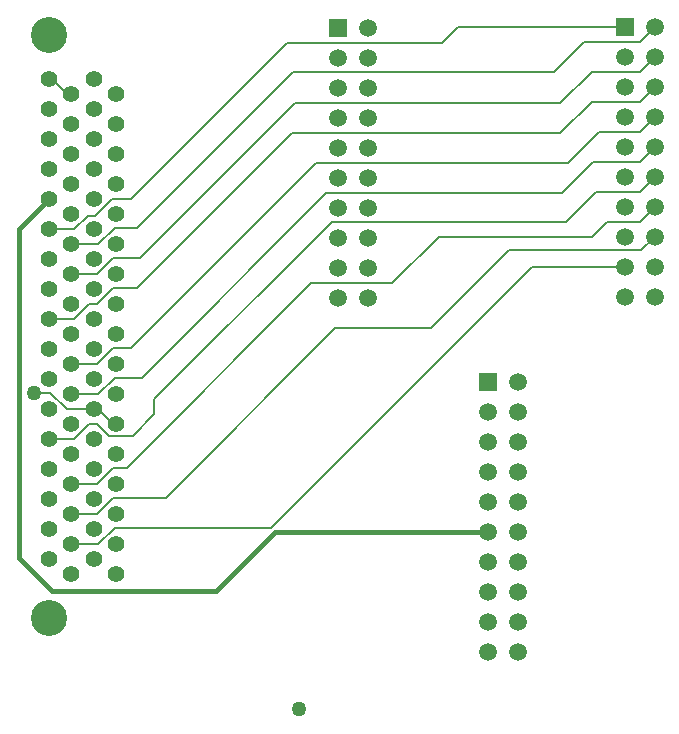
<source format=gbl>
%FSLAX24Y24*%
%MOIN*%
G70*
G01*
G75*
G04 Layer_Physical_Order=4*
G04 Layer_Color=16711680*
%ADD10C,0.0080*%
%ADD11R,0.0591X0.0591*%
%ADD12C,0.0591*%
%ADD13C,0.1200*%
%ADD14C,0.0550*%
%ADD15C,0.0500*%
%ADD16C,0.0160*%
D10*
X36450Y55200D02*
X42000D01*
X35900Y54650D02*
X36450Y55200D01*
X23650Y48450D02*
X24100Y48900D01*
X22800Y48450D02*
X23650D01*
X24100Y48900D02*
X24350D01*
X24900Y49450D02*
X25550D01*
X24350Y48900D02*
X24900Y49450D01*
X23550Y47950D02*
X24450D01*
X25000Y48500D01*
X25750D01*
X30950Y53700D02*
X39650D01*
X40650Y54700D01*
X42500D01*
X43000Y55200D01*
X25750Y48500D02*
X30950Y53700D01*
X25550Y49450D02*
X30750Y54650D01*
X35900D01*
X23550Y46950D02*
X24400D01*
X24950Y47500D01*
X25850D01*
X31000Y52650D01*
X39850D01*
X40900Y53700D01*
X42500D01*
X43000Y54200D01*
X22800Y45450D02*
X23650D01*
X24150Y45950D01*
X24400D01*
X24950Y46500D01*
X25750D01*
X30900Y51650D01*
X39850D01*
X40900Y52700D01*
X42500D01*
X43000Y53200D01*
X23550Y43950D02*
X24400D01*
X24950Y44500D01*
X25550D01*
X31700Y50650D01*
X40100D01*
X41150Y51700D01*
X42500D01*
X43000Y52200D01*
X23550Y42950D02*
X24450D01*
X25000Y43500D01*
X25900D01*
X32050Y49650D01*
X39900D01*
X40950Y50700D01*
X42500D01*
X43000Y51200D01*
X22800Y41450D02*
X23650D01*
X24150Y41950D01*
X32250Y48700D02*
X40050D01*
X41050Y49700D01*
X42500D01*
X43000Y50200D01*
X23550Y39950D02*
X24400D01*
X24950Y40500D01*
X25400D01*
X31550Y46650D01*
X34250D01*
X35800Y48200D01*
X40900D01*
X41400Y48700D01*
X42500D01*
X43000Y49200D01*
X23550Y38950D02*
X24400D01*
X24950Y39500D01*
X26700D01*
X32350Y45150D01*
X35550D01*
X38150Y47750D01*
X42550D01*
X43000Y48200D01*
X38900Y47200D02*
X42000D01*
X30200Y38500D02*
X38900Y47200D01*
X25000Y38500D02*
X30200D01*
X24450Y37950D02*
X25000Y38500D01*
X23550Y37950D02*
X24450D01*
X23400Y52950D02*
X23550D01*
X22800Y53550D02*
X23400Y52950D01*
X25600Y41550D02*
X26329Y42279D01*
X24800Y41550D02*
X25600D01*
X24400Y41950D02*
X24800Y41550D01*
X24150Y41950D02*
X24400D01*
X26329Y42279D02*
Y42779D01*
X32250Y48700D01*
X22850Y43000D02*
X23400Y42450D01*
X24450D02*
X25000Y41900D01*
X22300Y43000D02*
X22850D01*
X23400Y42450D02*
X24450D01*
D11*
X37450Y43350D02*
D03*
X32450Y55150D02*
D03*
X42000Y55200D02*
D03*
D12*
X38450Y43350D02*
D03*
X37450Y42350D02*
D03*
X38450D02*
D03*
X37450Y41350D02*
D03*
X38450D02*
D03*
X37450Y40350D02*
D03*
X38450D02*
D03*
X37450Y39350D02*
D03*
X38450D02*
D03*
X37450Y38350D02*
D03*
X38450D02*
D03*
X37450Y37350D02*
D03*
X38450D02*
D03*
X37450Y36350D02*
D03*
X38450D02*
D03*
X37450Y35350D02*
D03*
X38450D02*
D03*
X37450Y34350D02*
D03*
X38450D02*
D03*
X33450Y55150D02*
D03*
X32450Y54150D02*
D03*
X33450D02*
D03*
X32450Y53150D02*
D03*
X33450D02*
D03*
X32450Y52150D02*
D03*
X33450D02*
D03*
X32450Y51150D02*
D03*
X33450D02*
D03*
X32450Y50150D02*
D03*
X33450D02*
D03*
X32450Y49150D02*
D03*
X33450D02*
D03*
X32450Y48150D02*
D03*
X33450D02*
D03*
X32450Y47150D02*
D03*
X33450D02*
D03*
X32450Y46150D02*
D03*
X33450D02*
D03*
X43000Y55200D02*
D03*
X42000Y54200D02*
D03*
X43000D02*
D03*
X42000Y53200D02*
D03*
X43000D02*
D03*
X42000Y52200D02*
D03*
X43000D02*
D03*
X42000Y51200D02*
D03*
X43000D02*
D03*
X42000Y50200D02*
D03*
X43000D02*
D03*
X42000Y49200D02*
D03*
X43000D02*
D03*
X42000Y48200D02*
D03*
X43000D02*
D03*
X42000Y47200D02*
D03*
X43000D02*
D03*
X42000Y46200D02*
D03*
X43000D02*
D03*
D13*
X22800Y54910D02*
D03*
Y35490D02*
D03*
D14*
Y53450D02*
D03*
X23550Y52950D02*
D03*
X22800Y52450D02*
D03*
X23550Y51950D02*
D03*
X22800Y51450D02*
D03*
X23550Y50950D02*
D03*
X22800Y50450D02*
D03*
X23550Y49950D02*
D03*
X22800Y49450D02*
D03*
X23550Y48950D02*
D03*
X22800Y48450D02*
D03*
X23550Y47950D02*
D03*
X22800Y47450D02*
D03*
X23550Y46950D02*
D03*
X22800Y46450D02*
D03*
X23550Y45950D02*
D03*
X22800Y45450D02*
D03*
X23550Y44950D02*
D03*
X22800Y44450D02*
D03*
X23550Y43950D02*
D03*
X22800Y43450D02*
D03*
X23550Y42950D02*
D03*
X22800Y42450D02*
D03*
X23550Y41950D02*
D03*
X22800Y41450D02*
D03*
X23550Y40950D02*
D03*
X22800Y40450D02*
D03*
X23550Y39950D02*
D03*
X22800Y39450D02*
D03*
X23550Y38950D02*
D03*
X22800Y38450D02*
D03*
X23550Y37950D02*
D03*
X22800Y37450D02*
D03*
X23550Y36950D02*
D03*
X24300Y53450D02*
D03*
X25050Y52950D02*
D03*
X24300Y52450D02*
D03*
X25050Y51950D02*
D03*
X24300Y51450D02*
D03*
X25050Y50950D02*
D03*
X24300Y50450D02*
D03*
X25050Y49950D02*
D03*
X24300Y49450D02*
D03*
X25050Y48950D02*
D03*
X24300Y48450D02*
D03*
X25050Y47950D02*
D03*
X24300Y47450D02*
D03*
X25050Y46950D02*
D03*
X24300Y46450D02*
D03*
X25050Y45950D02*
D03*
X24300Y45450D02*
D03*
X25050Y44950D02*
D03*
X24300Y44450D02*
D03*
X25050Y43950D02*
D03*
X24300Y43450D02*
D03*
X25050Y42950D02*
D03*
X24300Y42450D02*
D03*
X25050Y41950D02*
D03*
X24300Y41450D02*
D03*
X25050Y40950D02*
D03*
X24300Y40450D02*
D03*
X25050Y39950D02*
D03*
X24300Y39450D02*
D03*
X25050Y38950D02*
D03*
X24300Y38450D02*
D03*
X25050Y37950D02*
D03*
X24300Y37450D02*
D03*
X25050Y36950D02*
D03*
D15*
X31150Y32450D02*
D03*
X22300Y43000D02*
D03*
D16*
X30333Y38350D02*
X37450D01*
X28383Y36400D02*
X30333Y38350D01*
X22900Y36400D02*
X28383D01*
X21800Y37500D02*
X22900Y36400D01*
X21800Y37500D02*
Y48450D01*
X22800Y49450D01*
M02*

</source>
